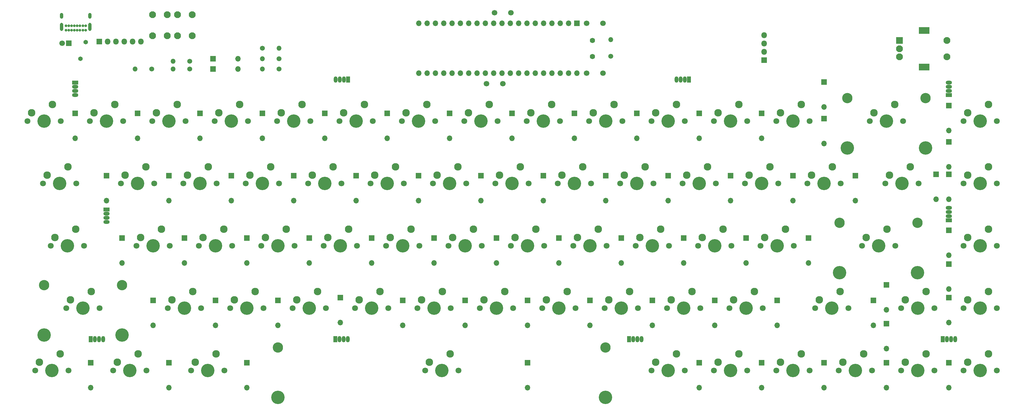
<source format=gbr>
%TF.GenerationSoftware,KiCad,Pcbnew,(5.1.6)-1*%
%TF.CreationDate,2020-07-31T11:49:21-04:00*%
%TF.ProjectId,panama-keyboard,70616e61-6d61-42d6-9b65-79626f617264,w1*%
%TF.SameCoordinates,Original*%
%TF.FileFunction,Soldermask,Bot*%
%TF.FilePolarity,Negative*%
%FSLAX46Y46*%
G04 Gerber Fmt 4.6, Leading zero omitted, Abs format (unit mm)*
G04 Created by KiCad (PCBNEW (5.1.6)-1) date 2020-07-31 11:49:21*
%MOMM*%
%LPD*%
G01*
G04 APERTURE LIST*
%ADD10C,0.800000*%
%ADD11O,1.000000X2.500000*%
%ADD12O,1.000000X1.800000*%
%ADD13O,1.800000X1.800000*%
%ADD14R,1.800000X1.800000*%
%ADD15O,1.700000X1.700000*%
%ADD16R,1.700000X1.700000*%
%ADD17C,2.300000*%
%ADD18C,4.100000*%
%ADD19C,1.800000*%
%ADD20C,1.600000*%
%ADD21C,3.150000*%
%ADD22C,2.100000*%
%ADD23O,1.500000X1.500000*%
%ADD24C,1.500000*%
%ADD25C,1.370000*%
%ADD26R,3.300000X2.100000*%
%ADD27R,2.100000X2.100000*%
%ADD28O,1.170000X1.900000*%
%ADD29R,1.170000X1.900000*%
%ADD30O,1.900000X1.170000*%
%ADD31R,1.900000X1.170000*%
%ADD32C,1.700000*%
G04 APERTURE END LIST*
D10*
%TO.C,J2*%
X173831250Y-140493750D03*
X172981250Y-140493750D03*
X172131250Y-140493750D03*
X171281250Y-140493750D03*
X170431250Y-140493750D03*
X169581250Y-140493750D03*
X168731250Y-140493750D03*
X167881250Y-140493750D03*
X172981250Y-139143750D03*
X171281250Y-139143750D03*
X172131250Y-139143750D03*
X173831250Y-139143750D03*
X169581250Y-139143750D03*
X168731250Y-139143750D03*
X167881250Y-139143750D03*
X170431250Y-139143750D03*
D11*
X175181250Y-139513750D03*
X166531250Y-139513750D03*
D12*
X175181250Y-136133750D03*
X166531250Y-136133750D03*
%TD*%
D13*
%TO.C,DS1*%
X380962000Y-142057250D03*
X380962000Y-144597250D03*
X380962000Y-147137250D03*
D14*
X380962000Y-149677250D03*
%TD*%
%TO.C,J3*%
X178054000Y-144018000D03*
D13*
X180594000Y-144018000D03*
X183134000Y-144018000D03*
X185674000Y-144018000D03*
X188214000Y-144018000D03*
X190754000Y-144018000D03*
%TD*%
D15*
%TO.C,U2*%
X323850000Y-153670000D03*
X275590000Y-138430000D03*
X321310000Y-153670000D03*
X278130000Y-138430000D03*
X318770000Y-153670000D03*
X280670000Y-138430000D03*
X316230000Y-153670000D03*
X283210000Y-138430000D03*
X313690000Y-153670000D03*
X285750000Y-138430000D03*
X311150000Y-153670000D03*
X288290000Y-138430000D03*
X308610000Y-153670000D03*
X290830000Y-138430000D03*
X306070000Y-153670000D03*
X293370000Y-138430000D03*
X303530000Y-153670000D03*
X295910000Y-138430000D03*
X300990000Y-153670000D03*
X298450000Y-138430000D03*
X298450000Y-153670000D03*
X300990000Y-138430000D03*
X295910000Y-153670000D03*
X303530000Y-138430000D03*
X293370000Y-153670000D03*
X306070000Y-138430000D03*
X290830000Y-153670000D03*
X308610000Y-138430000D03*
X288290000Y-153670000D03*
X311150000Y-138430000D03*
X285750000Y-153670000D03*
X313690000Y-138430000D03*
X283210000Y-153670000D03*
X316230000Y-138430000D03*
X280670000Y-153670000D03*
X318770000Y-138430000D03*
X278130000Y-153670000D03*
X321310000Y-138430000D03*
X275590000Y-153670000D03*
D16*
X323850000Y-138430000D03*
%TD*%
D17*
%TO.C,RCtrl1*%
X392271250Y-239395000D03*
X385921250Y-241935000D03*
D18*
X389731250Y-244475000D03*
D19*
X384651250Y-244475000D03*
X394811250Y-244475000D03*
%TD*%
D16*
%TO.C,D67*%
X399256250Y-242093750D03*
D15*
X399256250Y-249713750D03*
%TD*%
D17*
%TO.C,Z1*%
X206533750Y-220345000D03*
X200183750Y-222885000D03*
D18*
X203993750Y-225425000D03*
D19*
X198913750Y-225425000D03*
X209073750Y-225425000D03*
%TD*%
D17*
%TO.C,Y1*%
X287496250Y-182245000D03*
X281146250Y-184785000D03*
D18*
X284956250Y-187325000D03*
D19*
X279876250Y-187325000D03*
X290036250Y-187325000D03*
%TD*%
D20*
%TO.C,Y2*%
X328549000Y-148517000D03*
X328549000Y-143637000D03*
%TD*%
D17*
%TO.C,X1*%
X225583750Y-220345000D03*
X219233750Y-222885000D03*
D18*
X223043750Y-225425000D03*
D19*
X217963750Y-225425000D03*
X228123750Y-225425000D03*
%TD*%
D17*
%TO.C,Win1*%
X189865000Y-239395000D03*
X183515000Y-241935000D03*
D18*
X187325000Y-244475000D03*
D19*
X182245000Y-244475000D03*
X192405000Y-244475000D03*
%TD*%
D17*
%TO.C,W1*%
X211296250Y-182245000D03*
X204946250Y-184785000D03*
D18*
X208756250Y-187325000D03*
D19*
X203676250Y-187325000D03*
X213836250Y-187325000D03*
%TD*%
D17*
%TO.C,V1*%
X263683750Y-220345000D03*
X257333750Y-222885000D03*
D18*
X261143750Y-225425000D03*
D19*
X256063750Y-225425000D03*
X266223750Y-225425000D03*
%TD*%
D17*
%TO.C,U1*%
X306546250Y-182245000D03*
X300196250Y-184785000D03*
D18*
X304006250Y-187325000D03*
D19*
X298926250Y-187325000D03*
X309086250Y-187325000D03*
%TD*%
D17*
%TO.C,Tab1*%
X168433750Y-182245000D03*
X162083750Y-184785000D03*
D18*
X165893750Y-187325000D03*
D19*
X160813750Y-187325000D03*
X170973750Y-187325000D03*
%TD*%
D17*
%TO.C,T1*%
X268446250Y-182245000D03*
X262096250Y-184785000D03*
D18*
X265906250Y-187325000D03*
D19*
X260826250Y-187325000D03*
X270986250Y-187325000D03*
%TD*%
D17*
%TO.C,Space1*%
X285115000Y-239395000D03*
X278765000Y-241935000D03*
D18*
X282575000Y-244475000D03*
D19*
X277495000Y-244475000D03*
X287655000Y-244475000D03*
D18*
X332575000Y-252715000D03*
X232575000Y-252715000D03*
D21*
X232575000Y-237475000D03*
X332575000Y-237475000D03*
%TD*%
D17*
%TO.C,S1*%
X216058750Y-201295000D03*
X209708750Y-203835000D03*
D18*
X213518750Y-206375000D03*
D19*
X208438750Y-206375000D03*
X218598750Y-206375000D03*
%TD*%
D17*
%TO.C,RShift1*%
X404177500Y-220345000D03*
X397827500Y-222885000D03*
D18*
X401637500Y-225425000D03*
D19*
X396557500Y-225425000D03*
X406717500Y-225425000D03*
%TD*%
D22*
%TO.C,RESET1*%
X201875000Y-135731250D03*
X206375000Y-135731250D03*
X201875000Y-142231250D03*
X206375000Y-142231250D03*
%TD*%
D17*
%TO.C,RAlt1*%
X354171250Y-239395000D03*
X347821250Y-241935000D03*
D18*
X351631250Y-244475000D03*
D19*
X346551250Y-244475000D03*
X356711250Y-244475000D03*
%TD*%
D23*
%TO.C,R3*%
X334168750Y-143351250D03*
D24*
X334168750Y-148431250D03*
%TD*%
D17*
%TO.C,R1*%
X249396250Y-182245000D03*
X243046250Y-184785000D03*
D18*
X246856250Y-187325000D03*
D19*
X241776250Y-187325000D03*
X251936250Y-187325000D03*
%TD*%
D23*
%TO.C,R8*%
X232886250Y-146050000D03*
D24*
X227806250Y-146050000D03*
%TD*%
D23*
%TO.C,R7*%
X227806250Y-149225000D03*
D24*
X232886250Y-149225000D03*
%TD*%
D23*
%TO.C,R6*%
X227806250Y-152400000D03*
D24*
X232886250Y-152400000D03*
%TD*%
D23*
%TO.C,R2*%
X188912500Y-152400000D03*
D24*
X193992500Y-152400000D03*
%TD*%
D23*
%TO.C,R4*%
X200501250Y-150018750D03*
D24*
X205581250Y-150018750D03*
%TD*%
D23*
%TO.C,R5*%
X200501250Y-152400000D03*
D24*
X205581250Y-152400000D03*
%TD*%
D17*
%TO.C,Q1*%
X192246250Y-182245000D03*
X185896250Y-184785000D03*
D18*
X189706250Y-187325000D03*
D19*
X184626250Y-187325000D03*
X194786250Y-187325000D03*
%TD*%
D17*
%TO.C,PgUp1*%
X449421250Y-201295000D03*
X443071250Y-203835000D03*
D18*
X446881250Y-206375000D03*
D19*
X441801250Y-206375000D03*
X451961250Y-206375000D03*
%TD*%
D17*
%TO.C,PgDw1*%
X449421250Y-220345000D03*
X443071250Y-222885000D03*
D18*
X446881250Y-225425000D03*
D19*
X441801250Y-225425000D03*
X451961250Y-225425000D03*
%TD*%
D17*
%TO.C,P1*%
X363696250Y-182245000D03*
X357346250Y-184785000D03*
D18*
X361156250Y-187325000D03*
D19*
X356076250Y-187325000D03*
X366236250Y-187325000D03*
%TD*%
D17*
%TO.C,O1*%
X344646250Y-182245000D03*
X338296250Y-184785000D03*
D18*
X342106250Y-187325000D03*
D19*
X337026250Y-187325000D03*
X347186250Y-187325000D03*
%TD*%
D17*
%TO.C,Num10*%
X354171250Y-163195000D03*
X347821250Y-165735000D03*
D18*
X351631250Y-168275000D03*
D19*
X346551250Y-168275000D03*
X356711250Y-168275000D03*
%TD*%
D17*
%TO.C,Num9*%
X335121250Y-163195000D03*
X328771250Y-165735000D03*
D18*
X332581250Y-168275000D03*
D19*
X327501250Y-168275000D03*
X337661250Y-168275000D03*
%TD*%
D17*
%TO.C,Num8*%
X316071250Y-163195000D03*
X309721250Y-165735000D03*
D18*
X313531250Y-168275000D03*
D19*
X308451250Y-168275000D03*
X318611250Y-168275000D03*
%TD*%
D17*
%TO.C,Num7*%
X297021250Y-163195000D03*
X290671250Y-165735000D03*
D18*
X294481250Y-168275000D03*
D19*
X289401250Y-168275000D03*
X299561250Y-168275000D03*
%TD*%
D17*
%TO.C,Num6*%
X277971250Y-163195000D03*
X271621250Y-165735000D03*
D18*
X275431250Y-168275000D03*
D19*
X270351250Y-168275000D03*
X280511250Y-168275000D03*
%TD*%
D17*
%TO.C,Num5*%
X258921250Y-163195000D03*
X252571250Y-165735000D03*
D18*
X256381250Y-168275000D03*
D19*
X251301250Y-168275000D03*
X261461250Y-168275000D03*
%TD*%
D17*
%TO.C,Num4*%
X239871250Y-163195000D03*
X233521250Y-165735000D03*
D18*
X237331250Y-168275000D03*
D19*
X232251250Y-168275000D03*
X242411250Y-168275000D03*
%TD*%
D17*
%TO.C,Num3*%
X220821250Y-163195000D03*
X214471250Y-165735000D03*
D18*
X218281250Y-168275000D03*
D19*
X213201250Y-168275000D03*
X223361250Y-168275000D03*
%TD*%
D17*
%TO.C,Num2*%
X201771250Y-163195000D03*
X195421250Y-165735000D03*
D18*
X199231250Y-168275000D03*
D19*
X194151250Y-168275000D03*
X204311250Y-168275000D03*
%TD*%
D17*
%TO.C,Num1*%
X182721250Y-163195000D03*
X176371250Y-165735000D03*
D18*
X180181250Y-168275000D03*
D19*
X175101250Y-168275000D03*
X185261250Y-168275000D03*
%TD*%
D17*
%TO.C,N1*%
X301783750Y-220345000D03*
X295433750Y-222885000D03*
D18*
X299243750Y-225425000D03*
D19*
X294163750Y-225425000D03*
X304323750Y-225425000D03*
%TD*%
D17*
%TO.C,M1*%
X320833750Y-220345000D03*
X314483750Y-222885000D03*
D18*
X318293750Y-225425000D03*
D19*
X313213750Y-225425000D03*
X323373750Y-225425000D03*
%TD*%
D17*
%TO.C,LShift1*%
X175577500Y-220345000D03*
X169227500Y-222885000D03*
D18*
X173037500Y-225425000D03*
D19*
X167957500Y-225425000D03*
X178117500Y-225425000D03*
D18*
X184937500Y-233665000D03*
X161137500Y-233665000D03*
D21*
X161137500Y-218425000D03*
X184937500Y-218425000D03*
%TD*%
D17*
%TO.C,LCtrl1*%
X166052500Y-239395000D03*
X159702500Y-241935000D03*
D18*
X163512500Y-244475000D03*
D19*
X158432500Y-244475000D03*
X168592500Y-244475000D03*
%TD*%
D17*
%TO.C,LAlt1*%
X213677500Y-239395000D03*
X207327500Y-241935000D03*
D18*
X211137500Y-244475000D03*
D19*
X206057500Y-244475000D03*
X216217500Y-244475000D03*
%TD*%
D17*
%TO.C,L1*%
X349408750Y-201295000D03*
X343058750Y-203835000D03*
D18*
X346868750Y-206375000D03*
D19*
X341788750Y-206375000D03*
X351948750Y-206375000D03*
%TD*%
D17*
%TO.C,K1*%
X330358750Y-201295000D03*
X324008750Y-203835000D03*
D18*
X327818750Y-206375000D03*
D19*
X322738750Y-206375000D03*
X332898750Y-206375000D03*
%TD*%
D17*
%TO.C,J1*%
X311308750Y-201295000D03*
X304958750Y-203835000D03*
D18*
X308768750Y-206375000D03*
D19*
X303688750Y-206375000D03*
X313848750Y-206375000D03*
%TD*%
D17*
%TO.C,I1*%
X325596250Y-182245000D03*
X319246250Y-184785000D03*
D18*
X323056250Y-187325000D03*
D19*
X317976250Y-187325000D03*
X328136250Y-187325000D03*
%TD*%
D17*
%TO.C,H1*%
X292258750Y-201295000D03*
X285908750Y-203835000D03*
D18*
X289718750Y-206375000D03*
D19*
X284638750Y-206375000D03*
X294798750Y-206375000D03*
%TD*%
D17*
%TO.C,G1*%
X273208750Y-201295000D03*
X266858750Y-203835000D03*
D18*
X270668750Y-206375000D03*
D19*
X265588750Y-206375000D03*
X275748750Y-206375000D03*
%TD*%
D17*
%TO.C,Func1*%
X373221250Y-239395000D03*
X366871250Y-241935000D03*
D18*
X370681250Y-244475000D03*
D19*
X365601250Y-244475000D03*
X375761250Y-244475000D03*
%TD*%
D17*
%TO.C,F1*%
X254158750Y-201295000D03*
X247808750Y-203835000D03*
D18*
X251618750Y-206375000D03*
D19*
X246538750Y-206375000D03*
X256698750Y-206375000D03*
%TD*%
D25*
%TO.C,F2*%
X172243750Y-149225000D03*
X173843750Y-144125000D03*
%TD*%
D17*
%TO.C,Esc1*%
X163671250Y-163195000D03*
X157321250Y-165735000D03*
D18*
X161131250Y-168275000D03*
D19*
X156051250Y-168275000D03*
X166211250Y-168275000D03*
%TD*%
D17*
%TO.C,Enter1*%
X418465000Y-201295000D03*
X412115000Y-203835000D03*
D18*
X415925000Y-206375000D03*
D19*
X410845000Y-206375000D03*
X421005000Y-206375000D03*
D18*
X427825000Y-214615000D03*
X404025000Y-214615000D03*
D21*
X404025000Y-199375000D03*
X427825000Y-199375000D03*
%TD*%
D22*
%TO.C,ENC1*%
X436775000Y-148668750D03*
X436775000Y-143668750D03*
D26*
X429775000Y-151768750D03*
X429775000Y-140568750D03*
D22*
X422275000Y-148668750D03*
X422275000Y-146168750D03*
D27*
X422275000Y-143668750D03*
%TD*%
D17*
%TO.C,E1*%
X230346250Y-182245000D03*
X223996250Y-184785000D03*
D18*
X227806250Y-187325000D03*
D19*
X222726250Y-187325000D03*
X232886250Y-187325000D03*
%TD*%
D17*
%TO.C,Del1*%
X449421250Y-182245000D03*
X443071250Y-184785000D03*
D18*
X446881250Y-187325000D03*
D19*
X441801250Y-187325000D03*
X451961250Y-187325000D03*
%TD*%
D28*
%TO.C,D82*%
X253841250Y-234950000D03*
X252571250Y-234950000D03*
X251301250Y-234950000D03*
D29*
X250031250Y-234950000D03*
%TD*%
%TO.C,D78*%
X339725000Y-234950000D03*
D28*
X340995000Y-234950000D03*
X342265000Y-234950000D03*
X343535000Y-234950000D03*
%TD*%
%TO.C,D74*%
X439266250Y-234950000D03*
X437996250Y-234950000D03*
X436726250Y-234950000D03*
D29*
X435456250Y-234950000D03*
%TD*%
D28*
%TO.C,D81*%
X179228750Y-234950000D03*
X177958750Y-234950000D03*
X176688750Y-234950000D03*
D29*
X175418750Y-234950000D03*
%TD*%
D30*
%TO.C,D73*%
X437356250Y-194778750D03*
X437356250Y-196048750D03*
X437356250Y-197318750D03*
D31*
X437356250Y-198588750D03*
%TD*%
D30*
%TO.C,D80*%
X180181250Y-199072500D03*
X180181250Y-197802500D03*
X180181250Y-196532500D03*
D31*
X180181250Y-195262500D03*
%TD*%
D30*
%TO.C,D72*%
X437356250Y-156517500D03*
X437356250Y-157787500D03*
X437356250Y-159057500D03*
D31*
X437356250Y-160327500D03*
%TD*%
D15*
%TO.C,D46*%
X399256250Y-163988750D03*
D16*
X399256250Y-156368750D03*
%TD*%
D30*
%TO.C,D79*%
X170656250Y-160337500D03*
X170656250Y-159067500D03*
X170656250Y-157797500D03*
D31*
X170656250Y-156527500D03*
%TD*%
D28*
%TO.C,D77*%
X250190000Y-155575000D03*
X251460000Y-155575000D03*
X252730000Y-155575000D03*
D29*
X254000000Y-155575000D03*
%TD*%
D28*
%TO.C,D71*%
X354171250Y-155575000D03*
X355441250Y-155575000D03*
X356711250Y-155575000D03*
D29*
X357981250Y-155575000D03*
%TD*%
D15*
%TO.C,D30*%
X437388000Y-192151000D03*
D16*
X437388000Y-184531000D03*
%TD*%
D15*
%TO.C,D15*%
X437356250Y-182245000D03*
D16*
X437356250Y-174625000D03*
%TD*%
D15*
%TO.C,D60*%
X437356250Y-229870000D03*
D16*
X437356250Y-222250000D03*
%TD*%
D15*
%TO.C,D45*%
X437356250Y-209232500D03*
D16*
X437356250Y-201612500D03*
%TD*%
D15*
%TO.C,D29*%
X433451000Y-192151000D03*
D16*
X433451000Y-184531000D03*
%TD*%
D15*
%TO.C,D14*%
X437356250Y-171132500D03*
D16*
X437356250Y-163512500D03*
%TD*%
D15*
%TO.C,D59*%
X418306250Y-225901250D03*
D16*
X418306250Y-218281250D03*
%TD*%
D15*
%TO.C,D44*%
X437356250Y-219551250D03*
D16*
X437356250Y-211931250D03*
%TD*%
D15*
%TO.C,D28*%
X408781250Y-192563750D03*
D16*
X408781250Y-184943750D03*
%TD*%
D15*
%TO.C,D13*%
X399256250Y-175101250D03*
D16*
X399256250Y-167481250D03*
%TD*%
D15*
%TO.C,D58*%
X414337500Y-230663750D03*
D16*
X414337500Y-223043750D03*
%TD*%
D15*
%TO.C,D43*%
X394493750Y-211613750D03*
D16*
X394493750Y-203993750D03*
%TD*%
D15*
%TO.C,D27*%
X389731250Y-192563750D03*
D16*
X389731250Y-184943750D03*
%TD*%
D15*
%TO.C,D12*%
X380206250Y-173513750D03*
D16*
X380206250Y-165893750D03*
%TD*%
D15*
%TO.C,D57*%
X384968750Y-230663750D03*
D16*
X384968750Y-223043750D03*
%TD*%
D15*
%TO.C,D42*%
X375443750Y-211613750D03*
D16*
X375443750Y-203993750D03*
%TD*%
D15*
%TO.C,D26*%
X370681250Y-192563750D03*
D16*
X370681250Y-184943750D03*
%TD*%
D15*
%TO.C,D11*%
X361156250Y-173513750D03*
D16*
X361156250Y-165893750D03*
%TD*%
D15*
%TO.C,D56*%
X365918750Y-230663750D03*
D16*
X365918750Y-223043750D03*
%TD*%
D15*
%TO.C,D41*%
X356393750Y-211613750D03*
D16*
X356393750Y-203993750D03*
%TD*%
%TO.C,D25*%
X351631250Y-184943750D03*
D15*
X351631250Y-192563750D03*
%TD*%
%TO.C,D10*%
X342106250Y-173513750D03*
D16*
X342106250Y-165893750D03*
%TD*%
%TO.C,D70*%
X437356250Y-242093750D03*
D15*
X437356250Y-249713750D03*
%TD*%
%TO.C,D55*%
X346868750Y-230663750D03*
D16*
X346868750Y-223043750D03*
%TD*%
D15*
%TO.C,D40*%
X337343750Y-211613750D03*
D16*
X337343750Y-203993750D03*
%TD*%
D15*
%TO.C,D24*%
X332581250Y-192563750D03*
D16*
X332581250Y-184943750D03*
%TD*%
D15*
%TO.C,D9*%
X323056250Y-173513750D03*
D16*
X323056250Y-165893750D03*
%TD*%
%TO.C,D69*%
X418306250Y-230187500D03*
D15*
X418306250Y-237807500D03*
%TD*%
%TO.C,D54*%
X327818750Y-230663750D03*
D16*
X327818750Y-223043750D03*
%TD*%
D15*
%TO.C,D39*%
X318293750Y-211613750D03*
D16*
X318293750Y-203993750D03*
%TD*%
D15*
%TO.C,D23*%
X313531250Y-192563750D03*
D16*
X313531250Y-184943750D03*
%TD*%
D15*
%TO.C,D8*%
X304006250Y-173513750D03*
D16*
X304006250Y-165893750D03*
%TD*%
%TO.C,D68*%
X418306250Y-242093750D03*
D15*
X418306250Y-249713750D03*
%TD*%
%TO.C,D53*%
X308768750Y-230663750D03*
D16*
X308768750Y-223043750D03*
%TD*%
D15*
%TO.C,D38*%
X299243750Y-211613750D03*
D16*
X299243750Y-203993750D03*
%TD*%
D15*
%TO.C,D22*%
X294481250Y-192563750D03*
D16*
X294481250Y-184943750D03*
%TD*%
D15*
%TO.C,D7*%
X284956250Y-173513750D03*
D16*
X284956250Y-165893750D03*
%TD*%
D15*
%TO.C,D66*%
X380206250Y-249713750D03*
D16*
X380206250Y-242093750D03*
%TD*%
%TO.C,D52*%
X289718750Y-223043750D03*
D15*
X289718750Y-230663750D03*
%TD*%
%TO.C,D37*%
X280193750Y-211613750D03*
D16*
X280193750Y-203993750D03*
%TD*%
%TO.C,D21*%
X275431250Y-184943750D03*
D15*
X275431250Y-192563750D03*
%TD*%
%TO.C,D6*%
X265906250Y-173513750D03*
D16*
X265906250Y-165893750D03*
%TD*%
D15*
%TO.C,D65*%
X361156250Y-249713750D03*
D16*
X361156250Y-242093750D03*
%TD*%
D15*
%TO.C,D51*%
X270668750Y-230663750D03*
D16*
X270668750Y-223043750D03*
%TD*%
D15*
%TO.C,D36*%
X261143750Y-211613750D03*
D16*
X261143750Y-203993750D03*
%TD*%
D15*
%TO.C,D20*%
X256381250Y-192563750D03*
D16*
X256381250Y-184943750D03*
%TD*%
D15*
%TO.C,D5*%
X246856250Y-173513750D03*
D16*
X246856250Y-165893750D03*
%TD*%
D15*
%TO.C,D76*%
X220345000Y-152400000D03*
D16*
X212725000Y-152400000D03*
%TD*%
D17*
%TO.C,D31*%
X235108750Y-201295000D03*
X228758750Y-203835000D03*
D18*
X232568750Y-206375000D03*
D19*
X227488750Y-206375000D03*
X237648750Y-206375000D03*
%TD*%
D15*
%TO.C,D64*%
X308768750Y-249713750D03*
D16*
X308768750Y-242093750D03*
%TD*%
D15*
%TO.C,D50*%
X251618750Y-229870000D03*
D16*
X251618750Y-222250000D03*
%TD*%
D15*
%TO.C,D35*%
X242093750Y-211613750D03*
D16*
X242093750Y-203993750D03*
%TD*%
D15*
%TO.C,D19*%
X237331250Y-192563750D03*
D16*
X237331250Y-184943750D03*
%TD*%
D15*
%TO.C,D4*%
X227806250Y-173513750D03*
D16*
X227806250Y-165893750D03*
%TD*%
D15*
%TO.C,D75*%
X220345000Y-149225000D03*
D16*
X212725000Y-149225000D03*
%TD*%
D15*
%TO.C,D63*%
X223043750Y-249713750D03*
D16*
X223043750Y-242093750D03*
%TD*%
D15*
%TO.C,D49*%
X232568750Y-230663750D03*
D16*
X232568750Y-223043750D03*
%TD*%
D15*
%TO.C,D34*%
X223043750Y-211613750D03*
D16*
X223043750Y-203993750D03*
%TD*%
D15*
%TO.C,D18*%
X218281250Y-192563750D03*
D16*
X218281250Y-184943750D03*
%TD*%
D15*
%TO.C,D3*%
X208756250Y-173513750D03*
D16*
X208756250Y-165893750D03*
%TD*%
D15*
%TO.C,D62*%
X199231250Y-249713750D03*
D16*
X199231250Y-242093750D03*
%TD*%
D15*
%TO.C,D48*%
X213518750Y-230663750D03*
D16*
X213518750Y-223043750D03*
%TD*%
D15*
%TO.C,D33*%
X203993750Y-211613750D03*
D16*
X203993750Y-203993750D03*
%TD*%
D15*
%TO.C,D17*%
X199231250Y-192563750D03*
D16*
X199231250Y-184943750D03*
%TD*%
D15*
%TO.C,D2*%
X189706250Y-173513750D03*
D16*
X189706250Y-165893750D03*
%TD*%
%TO.C,D61*%
X175418750Y-242093750D03*
D15*
X175418750Y-249713750D03*
%TD*%
D16*
%TO.C,D47*%
X194468750Y-223043750D03*
D15*
X194468750Y-230663750D03*
%TD*%
D16*
%TO.C,D32*%
X184943750Y-203993750D03*
D15*
X184943750Y-211613750D03*
%TD*%
D16*
%TO.C,D16*%
X180181250Y-184943750D03*
D15*
X180181250Y-192563750D03*
%TD*%
D16*
%TO.C,D1*%
X170656250Y-165893750D03*
D15*
X170656250Y-173513750D03*
%TD*%
D17*
%TO.C,CapsL1*%
X170815000Y-201295000D03*
X164465000Y-203835000D03*
D18*
X168275000Y-206375000D03*
D19*
X163195000Y-206375000D03*
X173355000Y-206375000D03*
%TD*%
D32*
%TO.C,C2*%
X166687500Y-144462500D03*
D16*
X168687500Y-144462500D03*
%TD*%
D17*
%TO.C,C1*%
X244633750Y-220345000D03*
X238283750Y-222885000D03*
D18*
X242093750Y-225425000D03*
D19*
X237013750Y-225425000D03*
X247173750Y-225425000D03*
%TD*%
D32*
%TO.C,C4*%
X298640500Y-135159750D03*
X303640500Y-135159750D03*
%TD*%
%TO.C,C3*%
X301227500Y-156845000D03*
X296227500Y-156845000D03*
%TD*%
%TO.C,C6*%
X331771000Y-138430000D03*
X326771000Y-138430000D03*
%TD*%
%TO.C,C5*%
X331771000Y-153670000D03*
X326771000Y-153670000D03*
%TD*%
D22*
%TO.C,BOOT1*%
X198755000Y-142231250D03*
X194255000Y-142231250D03*
X198755000Y-135731250D03*
X194255000Y-135731250D03*
%TD*%
D17*
%TO.C,Bksp1*%
X420846250Y-163195000D03*
X414496250Y-165735000D03*
D18*
X418306250Y-168275000D03*
D19*
X413226250Y-168275000D03*
X423386250Y-168275000D03*
D18*
X430206250Y-176515000D03*
X406406250Y-176515000D03*
D21*
X406406250Y-161275000D03*
X430206250Y-161275000D03*
%TD*%
D17*
%TO.C,B1*%
X282733750Y-220345000D03*
X276383750Y-222885000D03*
D18*
X280193750Y-225425000D03*
D19*
X275113750Y-225425000D03*
X285273750Y-225425000D03*
%TD*%
D17*
%TO.C,ArrowUp1*%
X430371250Y-220345000D03*
X424021250Y-222885000D03*
D18*
X427831250Y-225425000D03*
D19*
X422751250Y-225425000D03*
X432911250Y-225425000D03*
%TD*%
D17*
%TO.C,ArrowRight1*%
X449421250Y-239395000D03*
X443071250Y-241935000D03*
D18*
X446881250Y-244475000D03*
D19*
X441801250Y-244475000D03*
X451961250Y-244475000D03*
%TD*%
D17*
%TO.C,ArrowLeft1*%
X411321250Y-239395000D03*
X404971250Y-241935000D03*
D18*
X408781250Y-244475000D03*
D19*
X403701250Y-244475000D03*
X413861250Y-244475000D03*
%TD*%
D17*
%TO.C,ArrowDown1*%
X430371250Y-239395000D03*
X424021250Y-241935000D03*
D18*
X427831250Y-244475000D03*
D19*
X422751250Y-244475000D03*
X432911250Y-244475000D03*
%TD*%
D17*
%TO.C,A1*%
X197008750Y-201295000D03*
X190658750Y-203835000D03*
D18*
X194468750Y-206375000D03*
D19*
X189388750Y-206375000D03*
X199548750Y-206375000D03*
%TD*%
D17*
%TO.C,`1*%
X449421250Y-163195000D03*
X443071250Y-165735000D03*
D18*
X446881250Y-168275000D03*
D19*
X441801250Y-168275000D03*
X451961250Y-168275000D03*
%TD*%
D17*
%TO.C,]1*%
X401796250Y-182245000D03*
X395446250Y-184785000D03*
D18*
X399256250Y-187325000D03*
D19*
X394176250Y-187325000D03*
X404336250Y-187325000D03*
%TD*%
D17*
%TO.C,\u005C1*%
X425608750Y-182245000D03*
X419258750Y-184785000D03*
D18*
X423068750Y-187325000D03*
D19*
X417988750Y-187325000D03*
X428148750Y-187325000D03*
%TD*%
D17*
%TO.C,[1*%
X382746250Y-182245000D03*
X376396250Y-184785000D03*
D18*
X380206250Y-187325000D03*
D19*
X375126250Y-187325000D03*
X385286250Y-187325000D03*
%TD*%
D17*
%TO.C,=1*%
X392271250Y-163195000D03*
X385921250Y-165735000D03*
D18*
X389731250Y-168275000D03*
D19*
X384651250Y-168275000D03*
X394811250Y-168275000D03*
%TD*%
D17*
%TO.C,;1*%
X368458750Y-201295000D03*
X362108750Y-203835000D03*
D18*
X365918750Y-206375000D03*
D19*
X360838750Y-206375000D03*
X370998750Y-206375000D03*
%TD*%
D17*
%TO.C,/1*%
X377983750Y-220345000D03*
X371633750Y-222885000D03*
D18*
X375443750Y-225425000D03*
D19*
X370363750Y-225425000D03*
X380523750Y-225425000D03*
%TD*%
D17*
%TO.C,-1*%
X373221250Y-163195000D03*
X366871250Y-165735000D03*
D18*
X370681250Y-168275000D03*
D19*
X365601250Y-168275000D03*
X375761250Y-168275000D03*
%TD*%
D17*
%TO.C,'1*%
X387508750Y-201295000D03*
X381158750Y-203835000D03*
D18*
X384968750Y-206375000D03*
D19*
X379888750Y-206375000D03*
X390048750Y-206375000D03*
%TD*%
D17*
%TO.C,.1*%
X358933750Y-220345000D03*
X352583750Y-222885000D03*
D18*
X356393750Y-225425000D03*
D19*
X351313750Y-225425000D03*
X361473750Y-225425000D03*
%TD*%
D17*
%TO.C,\u002C1*%
X339883750Y-220345000D03*
X333533750Y-222885000D03*
D18*
X337343750Y-225425000D03*
D19*
X332263750Y-225425000D03*
X342423750Y-225425000D03*
%TD*%
M02*

</source>
